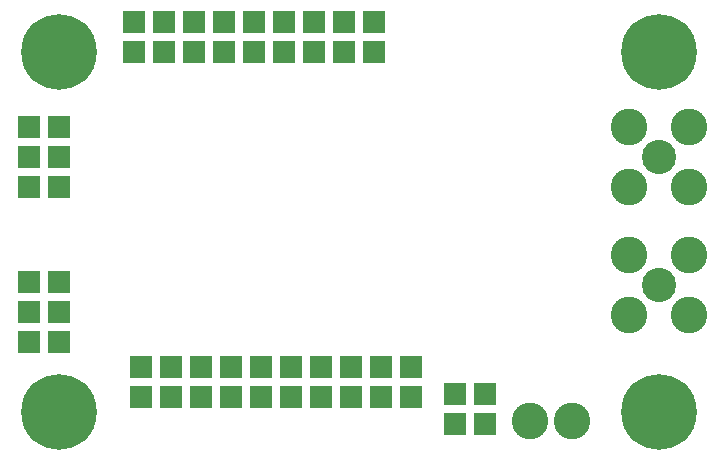
<source format=gbr>
G04 #@! TF.GenerationSoftware,KiCad,Pcbnew,(6.0.0-rc1-dev-205-gc0615c5ef)*
G04 #@! TF.CreationDate,2019-03-06T10:36:34+01:00*
G04 #@! TF.ProjectId,ISM01A,49534D3031412E6B696361645F706362,REV*
G04 #@! TF.SameCoordinates,Original*
G04 #@! TF.FileFunction,Soldermask,Top*
G04 #@! TF.FilePolarity,Negative*
%FSLAX46Y46*%
G04 Gerber Fmt 4.6, Leading zero omitted, Abs format (unit mm)*
G04 Created by KiCad (PCBNEW (6.0.0-rc1-dev-205-gc0615c5ef)) date 03/06/19 10:36:34*
%MOMM*%
%LPD*%
G01*
G04 APERTURE LIST*
%ADD10C,3.100000*%
%ADD11R,1.924000X1.924000*%
%ADD12C,6.400000*%
%ADD13C,2.900000*%
G04 APERTURE END LIST*
D10*
G04 #@! TO.C,D2*
X48514000Y4318000D03*
G04 #@! TD*
G04 #@! TO.C,D3*
X44958000Y4318000D03*
G04 #@! TD*
D11*
G04 #@! TO.C,J1*
X2540000Y29210000D03*
X5080000Y29210000D03*
X2540000Y26670000D03*
X5080000Y26670000D03*
X2540000Y24130000D03*
X5080000Y24130000D03*
G04 #@! TD*
G04 #@! TO.C,J4*
X5080000Y11049000D03*
X2540000Y11049000D03*
X5080000Y13589000D03*
X2540000Y13589000D03*
X5080000Y16129000D03*
X2540000Y16129000D03*
G04 #@! TD*
G04 #@! TO.C,J6*
X19050000Y38100000D03*
X19050000Y35560000D03*
G04 #@! TD*
G04 #@! TO.C,J7*
X21590000Y35560000D03*
X21590000Y38100000D03*
G04 #@! TD*
G04 #@! TO.C,J8*
X24130000Y38100000D03*
X24130000Y35560000D03*
G04 #@! TD*
G04 #@! TO.C,J9*
X26670000Y35560000D03*
X26670000Y38100000D03*
G04 #@! TD*
G04 #@! TO.C,J10*
X24765000Y8890000D03*
X24765000Y6350000D03*
G04 #@! TD*
G04 #@! TO.C,J11*
X19685000Y8890000D03*
X19685000Y6350000D03*
G04 #@! TD*
G04 #@! TO.C,J12*
X17145000Y8890000D03*
X17145000Y6350000D03*
G04 #@! TD*
G04 #@! TO.C,J13*
X14605000Y6350000D03*
X14605000Y8890000D03*
G04 #@! TD*
G04 #@! TO.C,J14*
X12065000Y8890000D03*
X12065000Y6350000D03*
G04 #@! TD*
G04 #@! TO.C,J15*
X11430000Y35560000D03*
X11430000Y38100000D03*
G04 #@! TD*
G04 #@! TO.C,J16*
X13970000Y38100000D03*
X13970000Y35560000D03*
G04 #@! TD*
G04 #@! TO.C,J17*
X34925000Y8890000D03*
X34925000Y6350000D03*
G04 #@! TD*
G04 #@! TO.C,J18*
X16510000Y35560000D03*
X16510000Y38100000D03*
G04 #@! TD*
G04 #@! TO.C,J19*
X27305000Y8890000D03*
X27305000Y6350000D03*
G04 #@! TD*
G04 #@! TO.C,J20*
X32385000Y6350000D03*
X32385000Y8890000D03*
G04 #@! TD*
G04 #@! TO.C,J21*
X29845000Y6350000D03*
X29845000Y8890000D03*
G04 #@! TD*
G04 #@! TO.C,J22*
X29210000Y38100000D03*
X29210000Y35560000D03*
G04 #@! TD*
G04 #@! TO.C,J23*
X31750000Y35560000D03*
X31750000Y38100000D03*
G04 #@! TD*
D12*
G04 #@! TO.C,M1*
X5080000Y35560000D03*
G04 #@! TD*
G04 #@! TO.C,M2*
X55880000Y5080000D03*
G04 #@! TD*
G04 #@! TO.C,M3*
X5080000Y5080000D03*
G04 #@! TD*
G04 #@! TO.C,M4*
X55880000Y35560000D03*
G04 #@! TD*
D13*
G04 #@! TO.C,J2*
X55880000Y15875000D03*
D10*
X58420000Y13335000D03*
X53340000Y13335000D03*
X53340000Y18415000D03*
X58420000Y18415000D03*
G04 #@! TD*
G04 #@! TO.C,J3*
X58420000Y29210000D03*
X53340000Y29210000D03*
X53340000Y24130000D03*
X58420000Y24130000D03*
D13*
X55880000Y26670000D03*
G04 #@! TD*
D11*
G04 #@! TO.C,J24*
X41148000Y6604000D03*
X41148000Y4064000D03*
G04 #@! TD*
G04 #@! TO.C,J25*
X38608000Y4064000D03*
X38608000Y6604000D03*
G04 #@! TD*
G04 #@! TO.C,J26*
X22225000Y6350000D03*
X22225000Y8890000D03*
G04 #@! TD*
M02*

</source>
